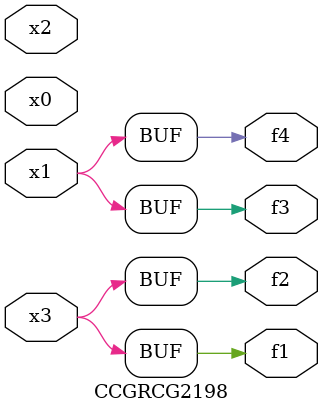
<source format=v>
module CCGRCG2198(
	input x0, x1, x2, x3,
	output f1, f2, f3, f4
);
	assign f1 = x3;
	assign f2 = x3;
	assign f3 = x1;
	assign f4 = x1;
endmodule

</source>
